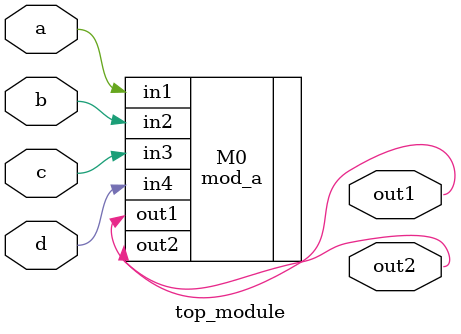
<source format=v>
module top_module(
  output out1,
  output out2,
  input a,
  input b,
  input c,
  input d);

  mod_a M0 (.out1(out1),.out2(out2),.in1(a),.in2(b),.in4(d),.in3(c));

endmodule

</source>
